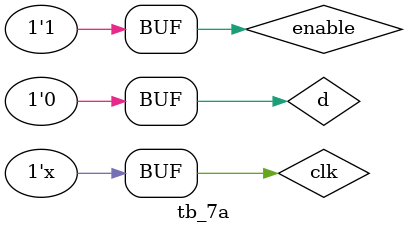
<source format=v>

module tb_7a;
  reg d,enable;
  reg clk=0;
  wire out,q;
d_ff_feedback dut( .d(d),.clk(clk),.enable(enable),.out(out),.q(q)); 
   always #5 clk = ~clk;
   initial begin
    enable=0;
       d=1;
     #5 enable=1;
     #5 d=1;
     #5 d=0;
     #5 enable =0;
     #5 d=0;
     #5 d=1;
     #5 enable=1;
     #5 d=0;
     
   end
 endmodule
 

</source>
